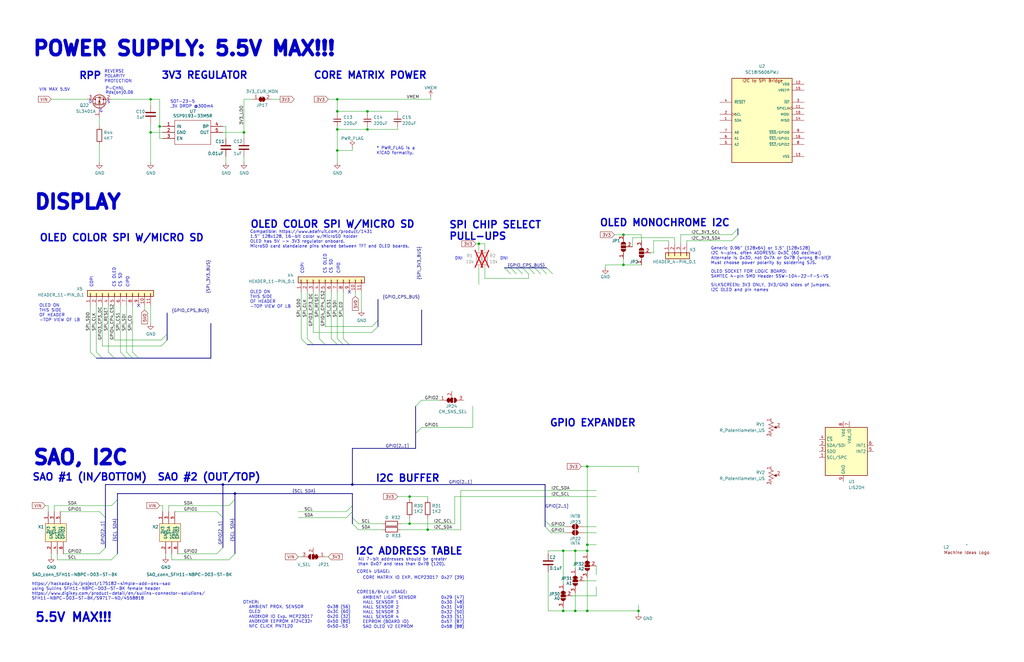
<source format=kicad_sch>
(kicad_sch (version 20231120) (generator "eeschema") (generator_version "8.0")
  (paper "B")
  (title_block (title "Etch sAo Sketch") (date "2024-08-23") (rev "0.1") (company "Concept and design by Andy Geppert @ www.MachineIdeas.com") (comment 2 "Visit www.Core64.io for information on assembly and optional features.") (comment 4 "All non-polarized capacitors are X7R or X5R ceramic unless otherwise noted."))
  (bus_alias "CA_SHIFT_REGISTER_BUS" (members "CM_SR_CLK" "CM_SR_LAT" "CM_SR_~{OE}" "CM_SR_SER1"))
  (bus_alias "CM_TRANSISTOR_DRIVE_BUS" (members "CM_Q1N" "CM_Q1P" "CM_Q2N" "CM_Q2P" "CM_Q3N" "CM_Q3P" "CM_Q4N" "CM_Q4P" "CM_Q5N" "CM_Q5P" "CM_Q6N" "CM_Q6P" "CM_Q7N" "CM_Q7P" "CM_Q8N" "CM_Q8P" "CM_Q9N" "CM_Q9P" "CM_Q10N" "CM_Q10P" "CA_SR_GPO_A" "CA_SR_GPO_B" "CA_SR_GPO_C" "CA_SR_GPO_D"))
  (bus_alias "GPIO_CPS_BUS" (members "GPIO1_CP1_SAO1" "GPIO2_CP2_SAO2" "GPIO3_CP3_DC" "GPIO4_CP4_CS2" "GPIO5_CP5_HS1" "GPIO6_CP6_HS2" "GPIO7_CP7_HS3" "GPIO8_CP8_HS4"))
  (bus_alias "I2C_3V3_BUS" (members "I2C_3V3_SCL" "I2C_3V3_SDA"))
  (bus_alias "SPI_3V3_BUS" (members "SPI_CD" "SPI_RESET" "SPI_SDI" "SPI_CS1" "SPI_CLK" "SPI_SDO"))
  (junction (at 63.5 55.88))
  (junction (at 142.24 54.61))
  (junction (at 237.49 257.81))
  (junction (at 154.94 46.99))
  (junction (at 242.57 232.41))
  (junction (at 142.24 41.91))
  (junction (at 148.59 204.47))
  (junction (at 99.06 208.28))
  (junction (at 247.65 196.85))
  (junction (at 102.87 55.88))
  (junction (at 247.65 257.81))
  (junction (at 262.89 111.76))
  (junction (at 142.24 63.5))
  (junction (at 180.34 223.52))
  (junction (at 237.49 232.41))
  (junction (at 142.24 46.99))
  (junction (at 201.93 102.87))
  (junction (at 242.57 257.81))
  (junction (at 247.65 232.41))
  (junction (at 93.98 204.47))
  (junction (at 172.72 209.55))
  (junction (at 172.72 220.98))
  (junction (at 247.65 229.87))
  (junction (at 63.5 41.91))
  (junction (at 269.24 257.81))
  (junction (at 154.94 54.61))
  (junction (at 67.31 53.34))
  (junction (at 262.89 99.06))
  (no_connect (at 147.32 123.19))
  (no_connect (at 58.42 128.905))
  (bus_entry (at 148.59 218.44) (size 2.54 2.54))
  (bus_entry (at 215.265 113.03) (size 2.54 2.54))
  (bus_entry (at 53.34 148.59) (size 2.54 2.54))
  (bus_entry (at 148.59 220.98) (size 2.54 2.54))
  (bus_entry (at 308.61 101.6) (size 2.54 -2.54))
  (bus_entry (at 127 142.875) (size 2.54 2.54))
  (bus_entry (at 175.26 171.45) (size 2.54 -2.54))
  (bus_entry (at 144.78 142.875) (size 2.54 2.54))
  (bus_entry (at 55.88 148.59) (size 2.54 2.54))
  (bus_entry (at 220.345 113.03) (size 2.54 2.54))
  (bus_entry (at 96.52 213.36) (size 2.54 -2.54))
  (bus_entry (at 67.945 146.05) (size 2.54 -2.54))
  (bus_entry (at 46.99 213.36) (size 2.54 -2.54))
  (bus_entry (at 139.7 142.875) (size 2.54 2.54))
  (bus_entry (at 230.505 113.03) (size 2.54 2.54))
  (bus_entry (at 227.965 113.03) (size 2.54 2.54))
  (bus_entry (at 217.805 113.03) (size 2.54 2.54))
  (bus_entry (at 38.1 148.59) (size 2.54 2.54))
  (bus_entry (at 175.26 182.88) (size 2.54 -2.54))
  (bus_entry (at 308.61 99.06) (size 2.54 -2.54))
  (bus_entry (at 93.98 218.44) (size -2.54 -2.54))
  (bus_entry (at 146.05 215.9) (size 2.54 -2.54))
  (bus_entry (at 146.05 218.44) (size 2.54 -2.54))
  (bus_entry (at 229.87 219.71) (size 2.54 2.54))
  (bus_entry (at 40.64 148.59) (size 2.54 2.54))
  (bus_entry (at 225.425 113.03) (size 2.54 2.54))
  (bus_entry (at 229.87 222.25) (size 2.54 2.54))
  (bus_entry (at 50.8 148.59) (size 2.54 2.54))
  (bus_entry (at 44.45 218.44) (size -2.54 -2.54))
  (bus_entry (at 156.845 140.335) (size 2.54 -2.54))
  (bus_entry (at 222.885 113.03) (size 2.54 2.54))
  (bus_entry (at 45.72 148.59) (size 2.54 2.54))
  (bus_entry (at 91.44 233.68) (size 2.54 -2.54))
  (bus_entry (at 41.91 233.68) (size 2.54 -2.54))
  (bus_entry (at 46.99 236.22) (size 2.54 -2.54))
  (bus_entry (at 96.52 236.22) (size 2.54 -2.54))
  (bus_entry (at 156.845 137.795) (size 2.54 -2.54))
  (bus_entry (at 142.24 142.875) (size 2.54 2.54))
  (bus_entry (at 67.945 143.51) (size 2.54 -2.54))
  (bus_entry (at 212.725 113.03) (size 2.54 2.54))
  (bus_entry (at 129.54 142.875) (size 2.54 2.54))
  (bus_entry (at 134.62 142.875) (size 2.54 2.54))
  (wire (pts (xy 154.94 46.99) (xy 167.64 46.99)))
  (bus (pts (xy 58.42 151.13) (xy 88.9 151.13)))
  (wire (pts (xy 60.96 130.81) (xy 60.96 128.905)))
  (wire (pts (xy 168.91 223.52) (xy 180.34 223.52)))
  (wire (pts (xy 151.13 223.52) (xy 161.29 223.52)))
  (wire (pts (xy 26.67 233.68) (xy 41.91 233.68)))
  (wire (pts (xy 222.885 115.57) (xy 222.885 117.475)))
  (wire (pts (xy 24.13 236.22) (xy 24.13 233.68)))
  (bus (pts (xy 53.34 151.13) (xy 55.88 151.13)))
  (wire (pts (xy 181.61 40.64) (xy 181.61 41.91)))
  (wire (pts (xy 132.08 140.335) (xy 156.845 140.335)))
  (wire (pts (xy 142.24 46.99) (xy 154.94 46.99)))
  (wire (pts (xy 247.65 233.68) (xy 247.65 232.41)))
  (bus (pts (xy 215.265 113.03) (xy 217.805 113.03)))
  (wire (pts (xy 38.1 148.59) (xy 38.1 128.905)))
  (wire (pts (xy 125.73 215.9) (xy 146.05 215.9)))
  (wire (pts (xy 149.86 125.095) (xy 149.86 123.19)))
  (bus (pts (xy 148.59 213.36) (xy 148.59 215.9)))
  (wire (pts (xy 201.93 102.87) (xy 204.47 102.87)))
  (wire (pts (xy 231.14 257.81) (xy 231.14 241.3)))
  (wire (pts (xy 19.05 213.36) (xy 20.32 213.36)))
  (wire (pts (xy 172.72 218.44) (xy 172.72 220.98)))
  (wire (pts (xy 194.31 207.01) (xy 251.46 207.01)))
  (bus (pts (xy 70.485 140.97) (xy 70.485 143.51)))
  (wire (pts (xy 102.87 55.88) (xy 102.87 58.42)))
  (wire (pts (xy 148.59 62.23) (xy 148.59 63.5)))
  (wire (pts (xy 154.94 46.99) (xy 154.94 48.26)))
  (wire (pts (xy 72.39 236.22) (xy 96.52 236.22)))
  (wire (pts (xy 71.12 213.36) (xy 96.52 213.36)))
  (wire (pts (xy 172.72 220.98) (xy 191.77 220.98)))
  (bus (pts (xy 175.26 171.45) (xy 175.26 182.88)))
  (wire (pts (xy 266.7 100.33) (xy 284.48 100.33)))
  (wire (pts (xy 142.24 63.5) (xy 148.59 63.5)))
  (wire (pts (xy 48.26 128.905) (xy 48.26 143.51)))
  (wire (pts (xy 67.31 41.91) (xy 67.31 53.34)))
  (bus (pts (xy 99.06 210.82) (xy 99.06 233.68)))
  (wire (pts (xy 204.47 117.475) (xy 222.885 117.475)))
  (bus (pts (xy 148.59 208.28) (xy 148.59 213.36)))
  (wire (pts (xy 40.64 148.59) (xy 40.64 128.905)))
  (wire (pts (xy 67.31 58.42) (xy 68.58 58.42)))
  (bus (pts (xy 148.59 189.23) (xy 175.26 189.23)))
  (wire (pts (xy 246.38 245.11) (xy 251.46 245.11)))
  (bus (pts (xy 227.965 113.03) (xy 230.505 113.03)))
  (wire (pts (xy 142.24 41.91) (xy 181.61 41.91)))
  (bus (pts (xy 129.54 145.415) (xy 132.08 145.415)))
  (wire (pts (xy 180.34 218.44) (xy 180.34 223.52)))
  (wire (pts (xy 191.77 209.55) (xy 191.77 220.98)))
  (wire (pts (xy 22.86 213.36) (xy 22.86 215.9)))
  (wire (pts (xy 237.49 232.41) (xy 237.49 246.38)))
  (wire (pts (xy 167.64 54.61) (xy 167.64 53.34)))
  (wire (pts (xy 237.49 232.41) (xy 242.57 232.41)))
  (wire (pts (xy 95.25 66.04) (xy 95.25 68.58)))
  (bus (pts (xy 222.885 113.03) (xy 225.425 113.03)))
  (wire (pts (xy 242.57 250.19) (xy 242.57 257.81)))
  (wire (pts (xy 138.43 41.91) (xy 142.24 41.91)))
  (wire (pts (xy 142.24 142.875) (xy 142.24 123.19)))
  (wire (pts (xy 114.3 41.91) (xy 118.11 41.91)))
  (wire (pts (xy 237.49 257.81) (xy 242.57 257.81)))
  (wire (pts (xy 275.59 106.68) (xy 275.59 101.6)))
  (wire (pts (xy 246.38 224.79) (xy 251.46 224.79)))
  (wire (pts (xy 55.88 128.905) (xy 55.88 148.59)))
  (wire (pts (xy 95.25 53.34) (xy 95.25 58.42)))
  (wire (pts (xy 46.99 41.91) (xy 63.5 41.91)))
  (wire (pts (xy 245.11 196.85) (xy 247.65 196.85)))
  (wire (pts (xy 137.16 123.19) (xy 137.16 137.795)))
  (wire (pts (xy 231.14 257.81) (xy 237.49 257.81)))
  (wire (pts (xy 284.48 100.33) (xy 284.48 102.87)))
  (wire (pts (xy 247.65 257.81) (xy 269.24 257.81)))
  (bus (pts (xy 40.64 151.13) (xy 43.18 151.13)))
  (polyline (pts (xy 215.9 -431.8) (xy 215.9 -152.4)) (stroke (width 0) (type dash)))
  (wire (pts (xy 63.5 55.88) (xy 68.58 55.88)))
  (bus (pts (xy 212.725 113.03) (xy 215.265 113.03)))
  (wire (pts (xy 53.34 148.59) (xy 53.34 128.905)))
  (wire (pts (xy 194.31 207.01) (xy 194.31 223.52)))
  (wire (pts (xy 247.65 196.85) (xy 269.24 196.85)))
  (wire (pts (xy 281.94 101.6) (xy 281.94 102.87)))
  (wire (pts (xy 41.91 49.53) (xy 41.91 53.34)))
  (bus (pts (xy 177.8 130.81) (xy 177.8 145.415)))
  (bus (pts (xy 175.26 182.88) (xy 175.26 189.23)))
  (wire (pts (xy 191.77 209.55) (xy 251.46 209.55)))
  (bus (pts (xy 132.08 145.415) (xy 137.16 145.415)))
  (wire (pts (xy 93.98 55.88) (xy 102.87 55.88)))
  (bus (pts (xy 88.9 136.525) (xy 88.9 151.13)))
  (wire (pts (xy 22.86 213.36) (xy 46.99 213.36)))
  (bus (pts (xy 137.16 145.415) (xy 142.24 145.415)))
  (wire (pts (xy 251.46 251.46) (xy 251.46 247.65)))
  (wire (pts (xy 172.72 209.55) (xy 172.72 210.82)))
  (bus (pts (xy 99.06 208.28) (xy 99.06 210.82)))
  (wire (pts (xy 102.87 66.04) (xy 102.87 68.58)))
  (wire (pts (xy 177.8 180.34) (xy 199.39 180.34)))
  (wire (pts (xy 262.89 99.06) (xy 270.51 99.06)))
  (bus (pts (xy 49.53 208.28) (xy 99.06 208.28)))
  (bus (pts (xy 147.32 145.415) (xy 177.8 145.415)))
  (wire (pts (xy 177.8 168.91) (xy 185.42 168.91)))
  (wire (pts (xy 144.78 123.19) (xy 144.78 142.875)))
  (wire (pts (xy 237.49 256.54) (xy 237.49 257.81)))
  (wire (pts (xy 200.66 102.87) (xy 201.93 102.87)))
  (bus (pts (xy 311.15 96.52) (xy 311.15 99.06)))
  (wire (pts (xy 270.51 99.06) (xy 270.51 101.6)))
  (wire (pts (xy 154.94 54.61) (xy 167.64 54.61)))
  (bus (pts (xy 93.98 204.47) (xy 148.59 204.47)))
  (wire (pts (xy 95.25 53.34) (xy 93.98 53.34)))
  (wire (pts (xy 134.62 142.875) (xy 134.62 123.19)))
  (bus (pts (xy 217.805 113.03) (xy 220.345 113.03)))
  (wire (pts (xy 232.41 224.79) (xy 238.76 224.79)))
  (wire (pts (xy 287.02 99.06) (xy 287.02 102.87)))
  (wire (pts (xy 154.94 54.61) (xy 154.94 53.34)))
  (wire (pts (xy 45.72 148.59) (xy 45.72 128.905)))
  (bus (pts (xy 159.385 126.365) (xy 159.385 135.255)))
  (bus (pts (xy 148.59 204.47) (xy 229.87 204.47)))
  (wire (pts (xy 172.72 209.55) (xy 180.34 209.55)))
  (wire (pts (xy 247.65 229.87) (xy 247.65 232.41)))
  (wire (pts (xy 152.4 130.81) (xy 152.4 123.19)))
  (wire (pts (xy 132.08 123.19) (xy 132.08 140.335)))
  (wire (pts (xy 139.7 123.19) (xy 139.7 142.875)))
  (wire (pts (xy 289.56 102.87) (xy 289.56 101.6)))
  (wire (pts (xy 242.57 232.41) (xy 242.57 240.03)))
  (wire (pts (xy 125.73 218.44) (xy 146.05 218.44)))
  (wire (pts (xy 63.5 44.45) (xy 63.5 41.91)))
  (wire (pts (xy 41.91 60.96) (xy 41.91 68.58)))
  (wire (pts (xy 289.56 101.6) (xy 308.61 101.6)))
  (wire (pts (xy 269.24 257.81) (xy 269.24 259.08)))
  (wire (pts (xy 247.65 243.84) (xy 247.65 257.81)))
  (wire (pts (xy 259.08 99.06) (xy 262.89 99.06)))
  (wire (pts (xy 43.18 146.05) (xy 67.945 146.05)))
  (wire (pts (xy 231.14 232.41) (xy 237.49 232.41)))
  (wire (pts (xy 142.24 54.61) (xy 142.24 53.34)))
  (bus (pts (xy 44.45 231.14) (xy 44.45 218.44)))
  (bus (pts (xy 93.98 204.47) (xy 93.98 218.44)))
  (wire (pts (xy 63.5 52.07) (xy 63.5 55.88)))
  (wire (pts (xy 71.12 213.36) (xy 71.12 215.9)))
  (bus (pts (xy 229.87 204.47) (xy 229.87 219.71)))
  (wire (pts (xy 73.66 215.9) (xy 91.44 215.9)))
  (wire (pts (xy 21.59 41.91) (xy 36.83 41.91)))
  (bus (pts (xy 148.59 189.23) (xy 148.59 204.47)))
  (wire (pts (xy 63.5 41.91) (xy 67.31 41.91)))
  (wire (pts (xy 255.27 113.03) (xy 255.27 111.76)))
  (bus (pts (xy 43.18 151.13) (xy 48.26 151.13)))
  (wire (pts (xy 168.91 220.98) (xy 172.72 220.98)))
  (wire (pts (xy 142.24 46.99) (xy 142.24 48.26)))
  (wire (pts (xy 262.89 111.76) (xy 262.89 109.22)))
  (wire (pts (xy 255.27 111.76) (xy 262.89 111.76)))
  (bus (pts (xy 55.88 151.13) (xy 58.42 151.13)))
  (wire (pts (xy 102.87 41.91) (xy 106.68 41.91)))
  (wire (pts (xy 247.65 196.85) (xy 247.65 229.87)))
  (wire (pts (xy 129.54 142.875) (xy 129.54 123.19)))
  (wire (pts (xy 48.26 143.51) (xy 67.945 143.51)))
  (wire (pts (xy 137.16 137.795) (xy 156.845 137.795)))
  (bus (pts (xy 48.26 151.13) (xy 53.34 151.13)))
  (wire (pts (xy 269.24 255.27) (xy 269.24 257.81)))
  (wire (pts (xy 269.24 196.85) (xy 269.24 199.39)))
  (polyline (pts (xy 205.74 -431.8) (xy 205.74 -152.4)) (stroke (width 0) (type dash)))
  (wire (pts (xy 232.41 222.25) (xy 238.76 222.25)))
  (wire (pts (xy 67.31 53.34) (xy 68.58 53.34)))
  (wire (pts (xy 201.93 105.41) (xy 201.93 102.87)))
  (wire (pts (xy 125.73 234.95) (xy 127 234.95)))
  (wire (pts (xy 266.7 104.14) (xy 266.7 100.33)))
  (polyline (pts (xy 215.9 -152.4) (xy 215.9 0)) (stroke (width 0) (type dash)))
  (wire (pts (xy 21.59 234.95) (xy 21.59 233.68)))
  (bus (pts (xy 49.53 208.28) (xy 49.53 210.82)))
  (wire (pts (xy 142.24 63.5) (xy 142.24 68.58)))
  (wire (pts (xy 242.57 257.81) (xy 247.65 257.81)))
  (bus (pts (xy 44.45 204.47) (xy 93.98 204.47)))
  (wire (pts (xy 247.65 229.87) (xy 251.46 229.87)))
  (wire (pts (xy 262.89 111.76) (xy 270.51 111.76)))
  (bus (pts (xy 148.59 218.44) (xy 148.59 220.98)))
  (bus (pts (xy 99.06 208.28) (xy 148.59 208.28)))
  (wire (pts (xy 275.59 101.6) (xy 281.94 101.6)))
  (wire (pts (xy 67.31 213.36) (xy 68.58 213.36)))
  (wire (pts (xy 180.34 223.52) (xy 194.31 223.52)))
  (wire (pts (xy 72.39 236.22) (xy 72.39 233.68)))
  (wire (pts (xy 241.3 251.46) (xy 251.46 251.46)))
  (bus (pts (xy 70.485 132.08) (xy 70.485 140.97)))
  (wire (pts (xy 199.39 180.34) (xy 199.39 171.45)))
  (wire (pts (xy 50.8 128.905) (xy 50.8 148.59)))
  (wire (pts (xy 142.24 41.91) (xy 142.24 46.99)))
  (wire (pts (xy 43.18 128.905) (xy 43.18 146.05)))
  (bus (pts (xy 220.345 113.03) (xy 222.885 113.03)))
  (wire (pts (xy 137.16 234.95) (xy 138.43 234.95)))
  (wire (pts (xy 167.64 209.55) (xy 172.72 209.55)))
  (bus (pts (xy 142.24 145.415) (xy 144.78 145.415)))
  (bus (pts (xy 49.53 210.82) (xy 49.53 233.68)))
  (wire (pts (xy 142.24 54.61) (xy 142.24 63.5)))
  (bus (pts (xy 93.98 231.14) (xy 93.98 218.44)))
  (wire (pts (xy 63.5 55.88) (xy 63.5 68.58)))
  (bus (pts (xy 144.78 145.415) (xy 147.32 145.415)))
  (wire (pts (xy 151.13 220.98) (xy 161.29 220.98)))
  (polyline (pts (xy 261.62 -8.89) (xy 437.515 -8.89)))
  (wire (pts (xy 201.93 113.03) (xy 201.93 120.015)))
  (bus (pts (xy 225.425 113.03) (xy 227.965 113.03)))
  (wire (pts (xy 69.85 234.95) (xy 69.85 233.68)))
  (bus (pts (xy 159.385 135.255) (xy 159.385 137.795)))
  (wire (pts (xy 63.5 136.525) (xy 63.5 128.905)))
  (wire (pts (xy 287.02 99.06) (xy 308.61 99.06)))
  (wire (pts (xy 74.93 233.68) (xy 91.44 233.68)))
  (wire (pts (xy 127 142.875) (xy 127 123.19)))
  (wire (pts (xy 68.58 213.36) (xy 68.58 215.9)))
  (wire (pts (xy 204.47 113.03) (xy 204.47 117.475)))
  (polyline (pts (xy 226.06 -431.8) (xy 226.06 -152.4)) (stroke (width 0) (type dash)))
  (wire (pts (xy 246.38 222.25) (xy 251.46 222.25)))
  (wire (pts (xy 142.24 54.61) (xy 154.94 54.61)))
  (wire (pts (xy 251.46 242.57) (xy 251.46 238.76)))
  (wire (pts (xy 67.31 53.34) (xy 67.31 58.42)))
  (wire (pts (xy 167.64 46.99) (xy 167.64 48.26)))
  (wire (pts (xy 102.87 41.91) (xy 102.87 55.88)))
  (bus (pts (xy 229.87 219.71) (xy 229.87 222.25)))
  (bus (pts (xy 148.59 215.9) (xy 148.59 218.44)))
  (wire (pts (xy 204.47 102.87) (xy 204.47 105.41)))
  (wire (pts (xy 231.14 232.41) (xy 231.14 233.68)))
  (wire (pts (xy 180.34 209.55) (xy 180.34 210.82)))
  (bus (pts (xy 44.45 204.47) (xy 44.45 218.44)))
  (wire (pts (xy 24.13 236.22) (xy 46.99 236.22)))
  (wire (pts (xy 242.57 232.41) (xy 247.65 232.41)))
  (wire (pts (xy 274.32 106.68) (xy 275.59 106.68)))
  (wire (pts (xy 20.32 213.36) (xy 20.32 215.9)))
  (wire (pts (xy 25.4 215.9) (xy 41.91 215.9)))
  (text "OLED MONOCHROME I2C" (at 252.73 95.885 0) (effects (font (size 3 3) (thickness 0.6) (bold yes)) (justify left bottom)))
  (text "Compatible: https://www.adafruit.com/product/1431\n1.5” 128x128, 16-bit color w/MicroSD holder\nOLED has 5V -> 3V3 regulator onboard.\nMicroSD card standalone pins shared between TFT and OLED boards." (at 105.41 104.775 0) (effects (font (size 1.27 1.27)) (justify left bottom)))
  (text "AMBIENT PROX. SENSOR\nOLED\nAND!XOR IO Exp. MCP23017\nAND!XOR EEPROM AT24C32r\nNFC CLICK PN7120\n" (at 104.902 265.176 0) (effects (font (size 1.27 1.27)) (justify left bottom)))
  (text "SILKSCREEN: 3V3 ONLY, 3V3/GND sides of jumpers,\nI2C OLED and pin names" (at 299.72 123.19 0) (effects (font (size 1.27 1.27)) (justify left bottom)))
  (text "https://hackaday.io/project/175182-simple-add-ons-sao\nusing Sullins SFH11-NBPC-D03-ST-BK female header\nhttps://www.digikey.com/product-detail/en/sullins-connector-solutions/\nSFH11-NBPC-D03-ST-BK/S9717-ND/4558818" (at 13.335 253.365 0) (effects (font (size 1.27 1.27)) (justify left bottom)))
  (text "CS SD" (at 51.435 121.285 90) (effects (font (size 1.27 1.27)) (justify left bottom)))
  (text "OLED COLOR SPI W/MICRO SD" (at 16.51 102.235 0) (effects (font (size 3 3) (thickness 0.6) (bold yes)) (justify left bottom)))
  (text "OLED SOCKET FOR LOGIC BOARD:\nSAMTEC 4-pin SMD Header SSW-104-22-F-S-VS" (at 299.72 117.475 0) (effects (font (size 1.27 1.27)) (justify left bottom)))
  (text "S" (at 45.085 43.815 0) (effects (font (size 1.27 1.27)) (justify left bottom)))
  (text "OLED ON\nTHIS SIDE\nOF HEADER\n-TOP VIEW OF LB" (at 105.41 130.175 0) (effects (font (size 1.27 1.27)) (justify left bottom)))
  (text "CORE4 USAGE:" (at 150.368 242.062 0) (effects (font (size 1.27 1.27)) (justify left bottom)))
  (text "CORE MATRIX IO EXP. MCP23017" (at 152.908 244.602 0) (effects (font (size 1.27 1.27)) (justify left bottom)))
  (text "SOT-23-5\n.3V DROP @300mA" (at 71.755 45.72 0) (effects (font (size 1.27 1.27)) (justify left bottom)))
  (text "0x29 (47)\n0x30 (48)\n0x31 (49)\n0x32 (50)\n0x33 (51)\n0x57 (87)\n0x58 (88)" (at 185.928 265.303 0) (effects (font (size 1.27 1.27)) (justify left bottom)))
  (text "CIPO" (at 143.51 115.57 90) (effects (font (size 1.27 1.27)) (justify left bottom)))
  (text "COPI" (at 128.27 115.57 90) (effects (font (size 1.27 1.27)) (justify left bottom)))
  (text "CS OLED" (at 137.795 115.57 90) (effects (font (size 1.27 1.27)) (justify left bottom)))
  (text "CIPO" (at 54.61 121.285 90) (effects (font (size 1.27 1.27)) (justify left bottom)))
  (text "* PWR_FLAG is a\nKiCAD formality." (at 158.75 65.405 0) (effects (font (size 1.27 1.27)) (justify left bottom)))
  (text "GPIO EXPANDER" (at 231.648 180.34 0) (effects (font (size 3 3) (thickness 0.6) (bold yes)) (justify left bottom)))
  (text "AMBIENT LIGHT SENSOR\nHALL SENSOR 1\nHALL SENSOR 2\nHALL SENSOR 3\nHALL SENSOR 4\nEEPROM (BOARD ID)\nSAO OLED V2 EEPROM" (at 152.908 265.303 0) (effects (font (size 1.27 1.27)) (justify left bottom)))
  (text "POWER SUPPLY: 5.5V MAX!!!" (at 13.335 24.13 0) (effects (font (size 6 6) (thickness 1.6) (bold yes)) (justify left bottom)))
  (text "DNI" (at 191.77 109.855 0) (effects (font (size 1.27 1.27)) (justify left bottom)))
  (text "Rds(on)0.06" (at 44.45 39.878 0) (effects (font (size 1.27 1.27)) (justify left bottom)))
  (text "DNI" (at 210.82 109.855 0) (effects (font (size 1.27 1.27)) (justify left bottom)))
  (text "5.5V MAX!!!" (at 14.605 262.89 0) (effects (font (size 3.81 3.81) (thickness 0.762) (bold yes)) (justify left bottom)))
  (text "3V3 REGULATOR" (at 67.945 33.655 0) (effects (font (size 3 3) (thickness 0.6) (bold yes)) (justify left bottom)))
  (text "VIN MAX 5.5V" (at 16.51 38.608 0) (effects (font (size 1.27 1.27)) (justify left bottom)))
  (text "G" (at 41.91 47.625 0) (effects (font (size 1.27 1.27)) (justify left bottom)))
  (text "D" (at 37.465 43.815 0) (effects (font (size 1.27 1.27)) (justify left bottom)))
  (text "SAO #2 (OUT/TOP)" (at 66.167 203.2 0) (effects (font (size 3 3) (thickness 0.6) (bold yes)) (justify left bottom)))
  (text "0x38 (56)\n0x3C (60)\n0x20 (32)\n0x50 (80)\n0x50-53" (at 137.922 265.176 0) (effects (font (size 1.27 1.27)) (justify left bottom)))
  (text "SAO #1 (IN/BOTTOM)" (at 13.462 203.2 0) (effects (font (size 3 3) (thickness 0.6) (bold yes)) (justify left bottom)))
  (text "0x27 (39)" (at 185.928 244.602 0) (effects (font (size 1.27 1.27)) (justify left bottom)))
  (text "OLED COLOR SPI W/MICRO SD" (at 105.41 96.52 0) (effects (font (size 3 3) (thickness 0.6) (bold yes)) (justify left bottom)))
  (text "OLED ON\nTHIS SIDE\nOF HEADER\n-TOP VIEW OF LB" (at 16.51 135.89 0) (effects (font (size 1.27 1.27)) (justify left bottom)))
  (text "OTHER:" (at 102.362 255.016 0) (effects (font (size 1.27 1.27)) (justify left bottom)))
  (text "COPI" (at 39.37 121.285 90) (effects (font (size 1.27 1.27)) (justify left bottom)))
  (text "REVERSE\nPOLARITY\nPROTECTION" (at 43.942 35.052 0) (effects (font (size 1.27 1.27)) (justify left bottom)))
  (text "I2C BUFFER" (at 158.242 203.708 0) (effects (font (size 3 3) (thickness 0.6) (bold yes)) (justify left bottom)))
  (text "I2C ADDRESS TABLE" (at 149.733 234.442 0) (effects (font (size 2.9972 2.9972) (thickness 0.5994) (bold yes)) (justify left bottom)))
  (text "SAO, I2C" (at 13.462 196.723 0) (effects (font (size 6 6) (thickness 1.6) (bold yes)) (justify left bottom)))
  (text "SPI CHIP SELECT\nPULL-UPS" (at 189.23 101.6 0) (effects (font (size 3 3) (thickness 0.6) (bold yes)) (justify left bottom)))
  (text "CORE16/64/c USAGE:" (at 150.368 250.698 0) (effects (font (size 1.27 1.27)) (justify left bottom)))
  (text "RPP" (at 33.147 33.782 0) (effects (font (size 3 3) (thickness 0.5994) (bold yes)) (justify left bottom)))
  (text "CS SD" (at 140.335 115.57 90) (effects (font (size 1.27 1.27)) (justify left bottom)))
  (text "DISPLAY" (at 13.97 88.9 0) (effects (font (size 6 6) (thickness 1.6) (bold yes)) (justify left bottom)))
  (text "CORE MATRIX POWER" (at 132.08 33.655 0) (effects (font (size 3 3) (thickness 0.6) (bold yes)) (justify left bottom)))
  (text "P-CHNL" (at 44.45 38.1 0) (effects (font (size 1.27 1.27)) (justify left bottom)))
  (text "All 7-bit addresses should be greater\nthan 0x07 and less than 0x78 (120)." (at 151.003 238.887 0) (effects (font (size 1.27 1.27)) (justify left bottom)))
  (text "CS OLED" (at 48.895 121.285 90) (effects (font (size 1.27 1.27)) (justify left bottom)))
  (text "Generic 0.96” (128x64) or 1.5” (128x128)\nI2C 4-pins, often ADDRESS: 0x3C (60 decimal)\nAlternate is 0x3D, not 0x7A or 0x78 (wrong 8-bit)!\nMust choose power polarity by soldering SJS." (at 299.72 111.76 0) (effects (font (size 1.27 1.27)) (justify left bottom)))
  (label "SPI_CS1" (at 50.8 139.7 90))
  (label "SDA" (at 28.575 213.36 0))
  (label "GPIO2" (at 77.47 233.68 0))
  (label "GPIO1" (at 232.41 224.79 0))
  (label "I2C_SCL" (at 232.41 209.55 0))
  (label "{GPIO_CPS_BUS}" (at 161.29 126.365 0))
  (label "I2C_SDA" (at 232.41 207.01 0))
  (label "{SCL SDA}" (at 123.19 208.28 0))
  (label "VMEM" (at 171.45 41.91 0))
  (label "GPIO1" (at 28.575 215.9 0))
  (label "GPIO3_CP3_DC" (at 132.08 137.795 90))
  (label "{GPIO_CPS_BUS}" (at 213.995 113.03 0))
  (label "SCL" (at 28.575 236.22 0))
  (label "SPI_SDO" (at 127 133.985 90))
  (label "GPIO1" (at 77.47 215.9 0))
  (label "SPI_SDI" (at 53.34 139.7 90))
  (label "{SPI_3V3_BUS}" (at 88.9 123.825 90))
  (label "{GPIO_CPS_BUS}" (at 72.39 132.08 0))
  (label "GPIO2" (at 28.575 233.68 0))
  (label "SPI_CLK" (at 40.64 139.7 90))
  (label "GPIO[2..1]" (at 93.98 229.87 90))
  (label "SPI_CS1" (at 139.7 133.985 90))
  (label "GPIO4_CP4_CS2" (at 48.26 143.51 90))
  (label "I2C_SDA" (at 182.88 223.52 0))
  (label "GPIO3_CP3_DC" (at 43.18 143.51 90))
  (label "SPI_SDO" (at 38.1 139.7 90))
  (label "GPIO4_CP4_CS2" (at 137.16 137.795 90))
  (label "SCL" (at 128.27 215.9 0))
  (label "3V3_LDO" (at 102.87 44.45 270))
  (label "SPI_RESET" (at 134.62 133.985 90))
  (label "GPIO2" (at 232.41 222.25 0))
  (label "SDA" (at 128.27 218.44 0))
  (label "SCL" (at 77.47 236.22 0))
  (label "SPI_CD" (at 55.88 139.7 90))
  (label "GPIO[2..1]" (at 162.56 189.23 0))
  (label "SPI_RESET" (at 45.72 139.7 90))
  (label "GPIO[2..1]" (at 44.45 229.87 90))
  (label "I2C_3V3_SCL" (at 291.465 99.06 0))
  (label "SPI_CD" (at 144.78 133.985 90))
  (label "SPI_SDI" (at 142.24 133.985 90))
  (label "GPIO2" (at 179.07 168.91 0))
  (label "SPI_CLK" (at 129.54 133.985 90))
  (label "SDA" (at 152.4 223.52 0))
  (label "SCL" (at 152.4 220.98 0))
  (label "GPIO[2..1]" (at 229.87 214.63 0))
  (label "SDA" (at 77.47 213.36 0))
  (label "GPIO1" (at 179.07 180.34 0))
  (label "I2C_SCL" (at 182.88 220.98 0))
  (label "{SPI_3V3_BUS}" (at 177.8 118.11 90))
  (label "GPIO[2..1]" (at 189.23 204.47 0))
  (label "{SCL SDA}" (at 99.06 228.6 90))
  (label "I2C_3V3_SDA" (at 291.465 101.6 0))
  (label "{SCL SDA}" (at 49.53 228.6 90))
  (global_label "VIN" (shape input) (at 125.73 234.95 180) (property "Intersheetrefs" "${INTERSHEET_REFS}" (effects (hide yes))))
  (global_label "3V3" (shape input) (at 138.43 234.95 0) (property "Intersheetrefs" "${INTERSHEET_REFS}" (effects (hide yes))))
  (global_label "VIN" (shape input) (at 19.05 213.36 180) (property "Intersheetrefs" "${INTERSHEET_REFS}" (effects (hide yes))))
  (global_label "5V0" (shape input) (at 149.86 125.095 270) (property "Intersheetrefs" "${INTERSHEET_REFS}" (effects (hide yes))))
  (global_label "5V0" (shape input) (at 60.96 130.81 270) (property "Intersheetrefs" "${INTERSHEET_REFS}" (effects (hide yes))))
  (global_label "3V3" (shape input) (at 167.64 209.55 180) (property "Intersheetrefs" "${INTERSHEET_REFS}" (effects (hide yes))))
  (global_label "3V3" (shape input) (at 245.11 196.85 180) (property "Intersheetrefs" "${INTERSHEET_REFS}" (effects (hide yes))))
  (global_label "3V3" (shape input) (at 259.08 99.06 180) (property "Intersheetrefs" "${INTERSHEET_REFS}" (effects (hide yes))))
  (global_label "3V3" (shape output) (at 118.11 41.91 0) (property "Intersheetrefs" "${INTERSHEET_REFS}" (effects (hide yes))))
  (global_label "VIN" (shape input) (at 67.31 213.36 180) (property "Intersheetrefs" "${INTERSHEET_REFS}" (effects (hide yes))))
  (global_label "VIN" (shape input) (at 21.59 41.91 180) (property "Intersheetrefs" "${INTERSHEET_REFS}" (effects (hide yes))))
  (global_label "3V3" (shape input) (at 200.66 102.87 180) (property "Intersheetrefs" "${INTERSHEET_REFS}" (effects (hide yes))))
  (global_label "3V3" (shape input) (at 138.43 41.91 180) (property "Intersheetrefs" "${INTERSHEET_REFS}" (effects (hide yes))))
  (symbol (lib_id "Device:R") (at 180.34 214.63 0) (unit 1)
    (property "Reference" "R31" (at 182.118 213.4616 0) (effects (justify left)))
    (property "Value" "1K2" (at 182.118 215.773 0) (effects (justify left)))
    (property "Footprint" "Resistor_SMD:R_0805_2012Metric" (effects (hide yes)))
    (property "Description" "Resistor_SMD:R_0805_2012Metric" (effects (hide yes)))
    (property "Populate" "no" (effects (hide yes)))
    (property "LCSC" "C17379" (effects (hide yes)))
  )
  (symbol (lib_id "ANDY_SYMBOL_LIBRARY:SC18IS606PWJ") (at 321.31 50.8 0) (unit 1)
    (property "Reference" "U2" (at 321.31 27.94 0))
    (property "Value" "SC18IS606PWJ" (at 321.31 30.48 0))
    (property "Footprint" "Andy_Footprint_Library:SOP65P640X110-16N" (effects (hide yes)))
    (property "PARTREV" "1.0" (effects (hide yes)))
    (property "SNAPEDA_PN" "SC18IS606PWJ" (effects (hide yes)))
    (property "MANUFACTURER" "NXP" (effects (hide yes)))
    (property "MAXIMUM_PACKAGE_HEIGHT" "1.1mm" (effects (hide yes)))
    (property "STANDARD" "IPC-7351B" (effects (hide yes)))
  )
  (symbol (lib_id "Jumper:SolderJumper_2_Open") (at 242.57 224.79 0) (unit 1) (exclude_from_sim yes) (in_bom no)
    (property "Reference" "JP22" (at 242.57 227.33 0))
    (property "Value" "INTA" (at 242.57 229.235 0))
    (property "Footprint" "Jumper:SolderJumper-2_P1.3mm_Open_Pad1.0x1.5mm" (effects (hide yes)))
    (property "Description" "Solder Jumper, 2-pole, open" (effects (hide yes)))
    (property "Populate" "DNP" (effects (hide yes)))
  )
  (symbol (lib_id "power:GND") (at 63.5 136.525 0) (unit 1)
    (property "Reference" "#PWR05" (effects (hide yes)))
    (property "Value" "GND" (at 63.627 140.97 0))
  )
  (symbol (lib_id "Device:C") (at 63.5 48.26 0) (mirror y) (unit 1)
    (property "Reference" "C10" (at 61.1886 47.0916 0) (effects (justify left)))
    (property "Value" "1uF" (at 61.1886 49.403 0) (effects (justify left)))
    (property "Footprint" "Capacitor_SMD:C_0805_2012Metric" (effects (hide yes)))
    (property "LCSC" "C28323" (effects (hide yes)))
    (property "Populate" "yes" (effects (hide yes)))
  )
  (symbol (lib_id "ANDY_SYMBOL_LIBRARY:PWR_FLAG") (at 148.59 62.23 0) (unit 1)
    (property "Reference" "#FLG01" (effects (hide yes)))
    (property "Value" "PWR_FLAG" (at 148.59 58.42 0))
  )
  (symbol (lib_id "ANDY_SYMBOL_LIBRARY:SAO_conn_SFH11-NBPC-D03-ST-BK-badgelife_shitty_addon_v169bis") (at 72.39 223.52 0) (unit 1)
    (property "Reference" "X2" (at 64.2366 222.3262 0) (effects (justify left)))
    (property "Value" "SAO_conn_SFH11-NBPC-D03-ST-BK" (at 61.6966 242.4684 0) (effects (justify left)))
    (property "Footprint" "Andy_Footprint_Library:Badgelife-SAOv169-BADGE-2x3-no-front-text" (effects (hide yes)))
    (property "Description" "CONN HDR 6POS KEYED SOCKET 0.1 T.H." (effects (hide yes)))
    (property "MPN" "SFH11-NBPC-D03-ST-BK" (effects (hide yes)))
    (property "Manufacturer_Name" "Sullins" (effects (hide yes)))
    (property "Insert?" "Yes" (effects (hide yes)))
    (property "Populate" "DNP" (effects (hide yes)))
    (property "User Optional" "yes" (effects (hide yes)))
  )
  (symbol (lib_id "Jumper:SolderJumper_3_Bridged12") (at 237.49 251.46 90) (mirror x) (unit 1) (exclude_from_sim yes) (in_bom no)
    (property "Reference" "JP30" (at 236.22 250.698 90) (effects (justify left)))
    (property "Value" "A0" (at 236.22 252.476 90) (effects (justify left)))
    (property "Footprint" "Jumper:SolderJumper-3_P1.3mm_Bridged12_Pad1.0x1.5mm" (effects (hide yes)))
    (property "Description" "3-pole Solder Jumper, pins 1+2 closed/bridged" (effects (hide yes)))
  )
  (symbol (lib_id "Jumper:SolderJumper_3_Bridged12") (at 247.65 238.76 90) (mirror x) (unit 1) (exclude_from_sim yes) (in_bom no)
    (property "Reference" "JP32" (at 246.38 237.998 90) (effects (justify left)))
    (property "Value" "A2" (at 246.38 240.03 90) (effects (justify left)))
    (property "Footprint" "Jumper:SolderJumper-3_P1.3mm_Bridged12_Pad1.0x1.5mm" (effects (hide yes)))
    (property "Description" "3-pole Solder Jumper, pins 1+2 closed/bridged" (effects (hide yes)))
  )
  (symbol (lib_id "Connector_Generic:Conn_01x11") (at 50.8 123.825 90) (unit 1)
    (property "Reference" "X5" (at 34.925 121.92 90) (effects (justify left)))
    (property "Value" "HEADER_11-PIN_0.1" (at 35.56 124.46 90) (effects (justify left)))
    (property "Footprint" "Connector_PinSocket_2.54mm:PinSocket_1x11_P2.54mm_Vertical" (effects (hide yes)))
    (property "Insert?" "No" (effects (hide yes)))
    (property "Populate" "DNP" (effects (hide yes)))
    (property "User Optional" "yes" (effects (hide yes)))
  )
  (symbol (lib_id "Device:R") (at 172.72 214.63 0) (unit 1)
    (property "Reference" "R30" (at 174.498 213.4616 0) (effects (justify left)))
    (property "Value" "1K2" (at 174.498 215.773 0) (effects (justify left)))
    (property "Footprint" "Resistor_SMD:R_0805_2012Metric" (effects (hide yes)))
    (property "Description" "Resistor_SMD:R_0805_2012Metric" (effects (hide yes)))
    (property "Populate" "no" (effects (hide yes)))
    (property "LCSC" "C17379" (effects (hide yes)))
  )
  (symbol (lib_id "Jumper:SolderJumper_2_Bridged") (at 110.49 41.91 0) (unit 1)
    (property "Reference" "JP17" (at 110.49 44.45 0))
    (property "Value" "3V3_CUR_MON" (at 110.49 38.608 0))
    (property "Footprint" "Jumper:SolderJumper-2_P1.3mm_Bridged_RoundedPad1.0x1.5mm" (effects (hide yes)))
    (property "Populate" "DNP" (effects (hide yes)))
  )
  (symbol (lib_id "ANDY_SYMBOL_LIBRARY:GND") (at 21.59 234.95 0) (unit 1)
    (property "Reference" "#PWR02" (effects (hide yes)))
    (property "Value" "GND" (at 21.717 239.395 0))
  )
  (symbol (lib_id "Sensor_Motion:LIS2DH") (at 355.6 190.5 0) (unit 1)
    (property "Reference" "U1" (at 357.7941 203.2 0) (effects (justify left)))
    (property "Value" "LIS2DH" (at 357.7941 205.74 0) (effects (justify left)))
    (property "Footprint" "Package_LGA:LGA-14_2x2mm_P0.35mm_LayoutBorder3x4y" (effects (hide yes)))
    (property "Datasheet" "http://www.st.com/web/en/resource/technical/document/datasheet/DM00042751.pdf" (effects (hide yes)))
    (property "Description" "3-Axis Accelerometer, 2/4/8/16g range, I2C/SPI interface, LGA-14" (effects (hide yes)))
  )
  (symbol (lib_id "ANDY_SYMBOL_LIBRARY:GND") (at 41.91 68.58 0) (unit 1)
    (property "Reference" "#PWR012" (effects (hide yes)))
    (property "Value" "GND" (at 42.037 73.025 0))
  )
  (symbol (lib_id "ANDY_SYMBOL_LIBRARY:Machine_Ideas_Logo") (at 398.78 231.14 0) (unit 1)
    (property "Reference" "L2" (at 399.034 230.886 0))
    (property "Value" "~" (at 407.67 229.87 0))
    (property "Footprint" "Andy_Footprint_Library:Machine_Ideas_logo" (effects (hide yes)))
  )
  (symbol (lib_id "power:GND") (at 152.4 130.81 0) (unit 1)
    (property "Reference" "#PWR03" (effects (hide yes)))
    (property "Value" "GND" (at 152.527 135.255 0))
  )
  (symbol (lib_id "Device:C") (at 95.25 62.23 0) (unit 1)
    (property "Reference" "C11" (at 90.805 59.69 0) (effects (justify left)))
    (property "Value" "0.01uF" (at 87.63 64.77 0) (effects (justify left)))
    (property "Footprint" "Capacitor_SMD:C_0805_2012Metric" (effects (hide yes)))
    (property "LCSC" "C1710" (effects (hide yes)))
    (property "Populate" "yes" (effects (hide yes)))
  )
  (symbol (lib_id "Connector_Generic:Conn_01x04") (at 284.48 107.95 90) (mirror x) (unit 1)
    (property "Reference" "X3" (at 293.37 105.41 90) (effects (justify left)))
    (property "Value" "HEADER_4-PIN_0.1" (at 293.624 110.49 90) (effects (justify left)))
    (property "Footprint" "Connector_PinSocket_2.54mm:PinSocket_1x04_P2.54mm_Vertical" (effects (hide yes)))
    (property "Insert?" "No" (effects (hide yes)))
    (property "Populate" "DNP" (effects (hide yes)))
    (property "User Optional" "yes" (effects (hide yes)))
  )
  (symbol (lib_id "Device:C_Small") (at 154.94 50.8 0) (unit 1)
    (property "Reference" "C14" (at 157.48 49.53 0) (effects (justify left)))
    (property "Value" "220uF" (at 157.48 52.07 0) (effects (justify left)))
    (property "Footprint" "Capacitor_SMD:C_1206_3216Metric" (effects (hide yes)))
    (property "LCSC" "C412252" (effects (hide yes)))
    (property "Populate" "yes" (effects (hide yes)))
  )
  (symbol (lib_id "Jumper:SolderJumper_3_Bridged12") (at 242.57 245.11 90) (mirror x) (unit 1) (exclude_from_sim yes) (in_bom no)
    (property "Reference" "JP31" (at 241.3 244.094 90) (effects (justify left)))
    (property "Value" "A1" (at 241.3 246.126 90) (effects (justify left)))
    (property "Footprint" "Jumper:SolderJumper-3_P1.3mm_Bridged12_Pad1.0x1.5mm" (effects (hide yes)))
    (property "Description" "3-pole Solder Jumper, pins 1+2 closed/bridged" (effects (hide yes)))
  )
  (symbol (lib_id "ANDY_SYMBOL_LIBRARY:SGM2007-3.3XN5_TR") (at 68.58 53.34 0) (unit 1)
    (property "Reference" "U7" (at 81.28 46.99 0))
    (property "Value" "SSP9193-33M5R" (at 81.28 48.895 0))
    (property "Footprint" "Package_TO_SOT_SMD:SOT-23-5" (effects (hide yes)))
    (property "Description" "Fixed 3.3V 300mV @ 300mA SOT-23-5 Dropout Regulators(LDO) RoHS" (effects (hide yes)))
    (property "Height" "???" (effects (hide yes)))
    (property "Manufacturer_Name" "SG Micro" (effects (hide yes)))
    (property "Manufacturer_Part_Number" "SGM2007-3.3XN5/TR" (effects (hide yes)))
    (property "Arrow Part Number" "SGM2007-3.3XN5/TR" (effects (hide yes)))
    (property "Arrow Price/Stock" "https://www.arrow.com/" (effects (hide yes)))
    (property "Mouser Part Number" "SGM2007-3.3XN5/TR" (effects (hide yes)))
    (property "Mouser Price/Stock" "https://www.mouser.com/" (effects (hide yes)))
    (property "LCSC" "C411022" (effects (hide yes)))
    (property "MPN" "SGM2007-3.3XN5_TR" (effects (hide yes)))
    (property "Populate" "yes" (effects (hide yes)))
  )
  (symbol (lib_id "Jumper:SolderJumper_3_Bridged12") (at 132.08 234.95 180) (unit 1) (exclude_from_sim yes) (in_bom no)
    (property "Reference" "JP21" (at 138.938 238.252 0) (effects (justify left)))
    (property "Value" "V_SEL" (at 131.064 238.252 0) (effects (justify left)))
    (property "Footprint" "Jumper:SolderJumper-3_P1.3mm_Bridged12_Pad1.0x1.5mm" (effects (hide yes)))
    (property "Description" "3-pole Solder Jumper, pins 1+2 closed/bridged" (effects (hide yes)))
  )
  (symbol (lib_id "Device:R") (at 165.1 223.52 270) (unit 1)
    (property "Reference" "R33" (at 165.1 226.06 90) (effects (justify left)))
    (property "Value" "0" (at 162.56 226.06 90) (effects (justify left)))
    (property "Footprint" "Resistor_SMD:R_0805_2012Metric" (effects (hide yes)))
    (property "Description" "RES 68 OHM" (effects (hide yes)))
    (property "Value_Modifier" "10%" (effects (hide yes)))
    (property "Insert?" "Yes" (effects (hide yes)))
    (property "LCSC" "C17477" (effects (hide yes)))
    (property "Populate" "yes" (effects (hide yes)))
  )
  (symbol (lib_id "Device:R_Potentiometer_US") (at 325.12 180.34 0) (unit 1)
    (property "Reference" "RV1" (at 322.58 179.0699 0) (effects (justify right)))
    (property "Value" "R_Potentiometer_US" (at 322.58 181.6099 0) (effects (justify right)))
    (property "Footprint" "Potentiometer_THT:Potentiometer_Alps_RK09L_Single_Vertical" (effects (hide yes)))
    (property "Description" "Potentiometer, US symbol" (effects (hide yes)))
  )
  (symbol (lib_id "ANDY_SYMBOL_LIBRARY:GND") (at 63.5 68.58 0) (unit 1)
    (property "Reference" "#PWR0129" (effects (hide yes)))
    (property "Value" "GND" (at 63.627 73.025 0))
  )
  (symbol (lib_id "ANDY_SYMBOL_LIBRARY:GND") (at 95.25 68.58 0) (unit 1)
    (property "Reference" "#PWR0126" (effects (hide yes)))
    (property "Value" "GND" (at 95.377 73.025 0))
  )
  (symbol (lib_id "Jumper:SolderJumper_3_Bridged12") (at 190.5 168.91 0) (mirror x) (unit 1) (exclude_from_sim yes) (in_bom no)
    (property "Reference" "JP24" (at 187.96 171.45 0) (effects (justify left)))
    (property "Value" "CM_SNS_SEL" (at 184.912 173.736 0) (effects (justify left)))
    (property "Footprint" "Jumper:SolderJumper-3_P1.3mm_Bridged12_Pad1.0x1.5mm" (effects (hide yes)))
    (property "Description" "3-pole Solder Jumper, pins 1+2 closed/bridged" (effects (hide yes)))
  )
  (symbol (lib_id "ANDY_SYMBOL_LIBRARY:GND") (at 142.24 68.58 0) (unit 1)
    (property "Reference" "#PWR0128" (effects (hide yes)))
    (property "Value" "GND" (at 142.367 73.025 0))
  )
  (symbol (lib_id "Connector_Generic:Conn_01x11") (at 139.7 118.11 90) (unit 1)
    (property "Reference" "X4" (at 123.825 116.205 90) (effects (justify left)))
    (property "Value" "HEADER_11-PIN_0.1" (at 124.46 118.745 90) (effects (justify left)))
    (property "Footprint" "Connector_PinSocket_2.54mm:PinSocket_1x11_P2.54mm_Vertical" (effects (hide yes)))
    (property "Insert?" "No" (effects (hide yes)))
    (property "Populate" "DNP" (effects (hide yes)))
    (property "User Optional" "yes" (effects (hide yes)))
  )
  (symbol (lib_id "Device:R") (at 204.47 109.22 0) (mirror x) (unit 1) (dnp yes)
    (property "Reference" "R2" (at 206.375 107.95 0) (effects (justify left)))
    (property "Value" "10k" (at 206.375 110.49 0) (effects (justify left)))
    (property "Footprint" "Resistor_SMD:R_0805_2012Metric" (effects (hide yes)))
    (property "Description" "RES 10K OHM" (effects (hide yes)))
    (property "Insert?" "No" (effects (hide yes)))
    (property "Value_Modifier" "20%" (effects (hide yes)))
    (property "LCSC" "C17414" (effects (hide yes)))
    (property "Populate" "yes" (effects (hide yes)))
  )
  (symbol (lib_id "ANDY_SYMBOL_LIBRARY:GND") (at 269.24 259.08 0) (unit 1)
    (property "Reference" "#PWR04" (effects (hide yes)))
    (property "Value" "GND" (at 273.177 260.985 0))
  )
  (symbol (lib_id "power:GND") (at 255.27 113.03 0) (unit 1)
    (property "Reference" "#PWR01" (effects (hide yes)))
    (property "Value" "GND" (at 255.27 116.84 0))
  )
  (symbol (lib_id "ANDY_SYMBOL_LIBRARY:SAO_conn_SFH11-NBPC-D03-ST-BK-badgelife_shitty_addon_v169bis") (at 24.13 223.52 0) (unit 1)
    (property "Reference" "X1" (at 15.9766 222.3262 0) (effects (justify left)))
    (property "Value" "SAO_conn_SFH11-NBPC-D03-ST-BK" (at 13.4366 242.4684 0) (effects (justify left)))
    (property "Footprint" "Andy_Footprint_Library:Badgelife-SAOv169-BADGE-2x3-no-front-text" (effects (hide yes)))
    (property "Description" "CONN HDR 6POS KEYED SOCKET 0.1 T.H." (effects (hide yes)))
    (property "MPN" "SFH11-NBPC-D03-ST-BK" (effects (hide yes)))
    (property "Manufacturer_Name" "Sullins" (effects (hide yes)))
    (property "Insert?" "Yes" (effects (hide yes)))
    (property "Populate" "DNP" (effects (hide yes)))
    (property "User Optional" "yes" (effects (hide yes)))
  )
  (symbol (lib_id "Device:R") (at 201.93 109.22 0) (mirror y) (unit 1) (dnp yes)
    (property "Reference" "R1" (at 199.39 107.95 0) (effects (justify left)))
    (property "Value" "10k" (at 200.025 110.49 0) (effects (justify left)))
    (property "Footprint" "Resistor_SMD:R_0805_2012Metric" (effects (hide yes)))
    (property "Description" "RES 10K OHM" (effects (hide yes)))
    (property "Insert?" "No" (effects (hide yes)))
    (property "Value_Modifier" "20%" (effects (hide yes)))
    (property "LCSC" "C17414" (effects (hide yes)))
    (property "Populate" "yes" (effects (hide yes)))
  )
  (symbol (lib_id "Device:R") (at 165.1 220.98 90) (unit 1)
    (property "Reference" "R32" (at 168.91 218.44 90) (effects (justify left)))
    (property "Value" "0" (at 163.83 218.44 90) (effects (justify left)))
    (property "Footprint" "Resistor_SMD:R_0805_2012Metric" (effects (hide yes)))
    (property "Description" "RES 68 OHM" (effects (hide yes)))
    (property "Value_Modifier" "10%" (effects (hide yes)))
    (property "Insert?" "Yes" (effects (hide yes)))
    (property "LCSC" "C17477" (effects (hide yes)))
    (property "Populate" "yes" (effects (hide yes)))
  )
  (symbol (lib_id "Device:C") (at 231.14 237.49 0) (unit 1)
    (property "Reference" "C2" (at 231.648 235.204 0) (effects (justify left)))
    (property "Value" "0.1uF" (at 231.648 239.776 0) (effects (justify left)))
    (property "Footprint" "Capacitor_SMD:C_0805_2012Metric" (effects (hide yes)))
    (property "LCSC" "C28233" (effects (hide yes)))
    (property "Populate" "yes" (effects (hide yes)))
  )
  (symbol (lib_id "ANDY_SYMBOL_LIBRARY:GND") (at 102.87 68.58 0) (unit 1)
    (property "Reference" "#PWR0125" (effects (hide yes)))
    (property "Value" "GND" (at 102.997 73.025 0))
  )
  (symbol (lib_id "Device:R") (at 41.91 57.15 0) (unit 1)
    (property "Reference" "R44" (at 43.688 55.9816 0) (effects (justify left)))
    (property "Value" "4K7" (at 43.688 58.293 0) (effects (justify left)))
    (property "Footprint" "Resistor_SMD:R_0805_2012Metric" (effects (hide yes)))
    (property "Description" "RES 4K7 OHM" (effects (hide yes)))
    (property "LCSC" "C17673" (effects (hide yes)))
    (property "Insert" "YES" (effects (hide yes)))
    (property "Value_Modifier" "10%" (effects (hide yes)))
  )
  (symbol (lib_id "power:VMEM") (at 181.61 40.64 0) (unit 1)
    (property "Reference" "#PWR0127" (effects (hide yes)))
    (property "Value" "VMEM" (at 181.61 37.084 0))
    (property "Description" "Power symbol creates a global label with name \"VMEM\"" (effects (hide yes)))
  )
  (symbol (lib_id "Device:C_Small") (at 142.24 50.8 0) (unit 1)
    (property "Reference" "C13" (at 144.78 49.53 0) (effects (justify left)))
    (property "Value" "220uF" (at 144.78 52.07 0) (effects (justify left)))
    (property "Footprint" "Capacitor_SMD:C_1206_3216Metric" (effects (hide yes)))
    (property "LCSC" "C412252" (effects (hide yes)))
    (property "Populate" "yes" (effects (hide yes)))
  )
  (symbol (lib_id "Device:C") (at 102.87 62.23 0) (unit 1)
    (property "Reference" "C12" (at 98.425 59.69 0) (effects (justify left)))
    (property "Value" "1uF" (at 98.425 64.77 0) (effects (justify left)))
    (property "Footprint" "Capacitor_SMD:C_0805_2012Metric" (effects (hide yes)))
    (property "LCSC" "C28323" (effects (hide yes)))
    (property "Populate" "yes" (effects (hide yes)))
  )
  (symbol (lib_id "Device:C_Small") (at 167.64 50.8 0) (unit 1)
    (property "Reference" "C15" (at 169.545 49.53 0) (effects (justify left)))
    (property "Value" "220uF" (at 169.545 52.07 0) (effects (justify left)))
    (property "Footprint" "Capacitor_SMD:C_1206_3216Metric" (effects (hide yes)))
    (property "LCSC" "C412252" (effects (hide yes)))
    (property "Populate" "yes" (effects (hide yes)))
  )
  (symbol (lib_id "CORE_64_LIBRARY:SolderJumper_3_Open-Jumper") (at 262.89 104.14 90) (unit 1)
    (property "Reference" "JP1" (at 261.62 101.6 90) (effects (justify left)))
    (property "Value" "SolderJumper_3_Open" (effects (hide yes)))
    (property "Footprint" "Jumper:SolderJumper-3_P1.3mm_Open_RoundedPad1.0x1.5mm_NumberLabels" (effects (hide yes)))
    (property "Insert?" "No" (effects (hide yes)))
    (property "Populate" "DNP" (effects (hide yes)))
  )
  (symbol (lib_id "Jumper:SolderJumper_2_Open") (at 242.57 222.25 0) (unit 1) (exclude_from_sim yes) (in_bom no)
    (property "Reference" "JP23" (at 242.57 220.345 0))
    (property "Value" "INTB" (at 242.57 217.805 0))
    (property "Footprint" "Jumper:SolderJumper-2_P1.3mm_Open_Pad1.0x1.5mm" (effects (hide yes)))
    (property "Description" "Solder Jumper, 2-pole, open" (effects (hide yes)))
    (property "Populate" "DNP" (effects (hide yes)))
  )
  (symbol (lib_id "CORE_64_LIBRARY:SolderJumper_3_Open-Jumper") (at 270.51 106.68 90) (unit 1)
    (property "Reference" "JP2" (at 269.24 110.49 90) (effects (justify left)))
    (property "Value" "SolderJumper_3_Open" (effects (hide yes)))
    (property "Footprint" "Jumper:SolderJumper-3_P1.3mm_Open_RoundedPad1.0x1.5mm_NumberLabels" (effects (hide yes)))
    (property "Insert?" "No" (effects (hide yes)))
    (property "Populate" "DNP" (effects (hide yes)))
  )
  (symbol (lib_id "Device:Q_PMOS_GSD") (at 41.91 44.45 90) (unit 1)
    (property "Reference" "Q22" (at 35.56 44.45 90))
    (property "Value" "SL3401A" (at 36.195 46.99 90))
    (property "Footprint" "digikey-footprints:SOT-23-3" (effects (hide yes)))
    (property "Datasheet" "https://www.infineon.com/dgdl/BSS315P_Rev2.3.pdf?folderId=db3a304314dca38901154a72e3951a65&fileId=db3a304330f686060130ff61f31b7f06" (effects (hide yes)))
    (property "Description" "P-Channel 30V 4.2A 2V @ 250uA 50mΩ @ 4.2A,10V 1.4W SOT-23 MOSFETs RoHS" (effects (hide yes)))
    (property "LCSC" "C350311" (effects (hide yes)))
    (property "Insert" "YES" (effects (hide yes)))
    (property "Digi-Key_PN" "353-SL3401A-TPTR-ND" (effects (hide yes)))
    (property "Manufacturer" "Micro Commercial Co" (effects (hide yes)))
    (property "MPN" "SL3401A-TP" (effects (hide yes)))
  )
  (symbol (lib_id "Device:R_Potentiometer_US") (at 325.12 200.66 0) (unit 1)
    (property "Reference" "RV2" (at 322.58 199.3899 0) (effects (justify right)))
    (property "Value" "R_Potentiometer_US" (at 322.58 201.9299 0) (effects (justify right)))
    (property "Footprint" "Potentiometer_THT:Potentiometer_Alps_RK09L_Single_Vertical" (effects (hide yes)))
    (property "Description" "Potentiometer, US symbol" (effects (hide yes)))
  )
  (symbol (lib_id "ANDY_SYMBOL_LIBRARY:GND") (at 69.85 234.95 0) (unit 1)
    (property "Reference" "#PWR08" (effects (hide yes)))
    (property "Value" "GND" (at 69.977 239.395 0))
  )
)
</source>
